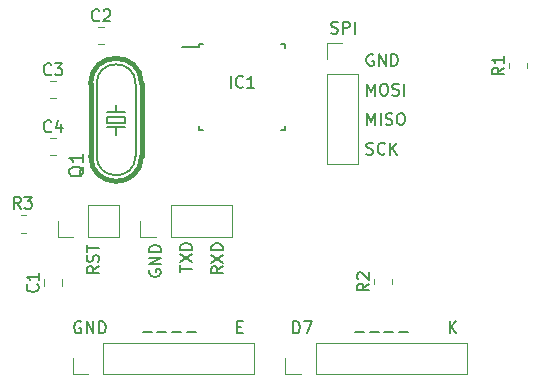
<source format=gbr>
%TF.GenerationSoftware,KiCad,Pcbnew,7.0.5*%
%TF.CreationDate,2024-11-17T18:30:54-07:00*%
%TF.ProjectId,sed1200emu,73656431-3230-4306-956d-752e6b696361,rev?*%
%TF.SameCoordinates,Original*%
%TF.FileFunction,Legend,Top*%
%TF.FilePolarity,Positive*%
%FSLAX46Y46*%
G04 Gerber Fmt 4.6, Leading zero omitted, Abs format (unit mm)*
G04 Created by KiCad (PCBNEW 7.0.5) date 2024-11-17 18:30:54*
%MOMM*%
%LPD*%
G01*
G04 APERTURE LIST*
%ADD10C,0.150000*%
%ADD11C,0.127000*%
%ADD12C,0.120000*%
%ADD13C,0.406400*%
%ADD14C,0.152400*%
G04 APERTURE END LIST*
D10*
X157360588Y-100537838D02*
X157265350Y-100490219D01*
X157265350Y-100490219D02*
X157122493Y-100490219D01*
X157122493Y-100490219D02*
X156979636Y-100537838D01*
X156979636Y-100537838D02*
X156884398Y-100633076D01*
X156884398Y-100633076D02*
X156836779Y-100728314D01*
X156836779Y-100728314D02*
X156789160Y-100918790D01*
X156789160Y-100918790D02*
X156789160Y-101061647D01*
X156789160Y-101061647D02*
X156836779Y-101252123D01*
X156836779Y-101252123D02*
X156884398Y-101347361D01*
X156884398Y-101347361D02*
X156979636Y-101442600D01*
X156979636Y-101442600D02*
X157122493Y-101490219D01*
X157122493Y-101490219D02*
X157217731Y-101490219D01*
X157217731Y-101490219D02*
X157360588Y-101442600D01*
X157360588Y-101442600D02*
X157408207Y-101394980D01*
X157408207Y-101394980D02*
X157408207Y-101061647D01*
X157408207Y-101061647D02*
X157217731Y-101061647D01*
X157836779Y-101490219D02*
X157836779Y-100490219D01*
X157836779Y-100490219D02*
X158408207Y-101490219D01*
X158408207Y-101490219D02*
X158408207Y-100490219D01*
X158884398Y-101490219D02*
X158884398Y-100490219D01*
X158884398Y-100490219D02*
X159122493Y-100490219D01*
X159122493Y-100490219D02*
X159265350Y-100537838D01*
X159265350Y-100537838D02*
X159360588Y-100633076D01*
X159360588Y-100633076D02*
X159408207Y-100728314D01*
X159408207Y-100728314D02*
X159455826Y-100918790D01*
X159455826Y-100918790D02*
X159455826Y-101061647D01*
X159455826Y-101061647D02*
X159408207Y-101252123D01*
X159408207Y-101252123D02*
X159360588Y-101347361D01*
X159360588Y-101347361D02*
X159265350Y-101442600D01*
X159265350Y-101442600D02*
X159122493Y-101490219D01*
X159122493Y-101490219D02*
X158884398Y-101490219D01*
X141009819Y-118926477D02*
X141009819Y-118355049D01*
X142009819Y-118640763D02*
X141009819Y-118640763D01*
X141009819Y-118116953D02*
X142009819Y-117450287D01*
X141009819Y-117450287D02*
X142009819Y-118116953D01*
X142009819Y-117069334D02*
X141009819Y-117069334D01*
X141009819Y-117069334D02*
X141009819Y-116831239D01*
X141009819Y-116831239D02*
X141057438Y-116688382D01*
X141057438Y-116688382D02*
X141152676Y-116593144D01*
X141152676Y-116593144D02*
X141247914Y-116545525D01*
X141247914Y-116545525D02*
X141438390Y-116497906D01*
X141438390Y-116497906D02*
X141581247Y-116497906D01*
X141581247Y-116497906D02*
X141771723Y-116545525D01*
X141771723Y-116545525D02*
X141866961Y-116593144D01*
X141866961Y-116593144D02*
X141962200Y-116688382D01*
X141962200Y-116688382D02*
X142009819Y-116831239D01*
X142009819Y-116831239D02*
X142009819Y-117069334D01*
X145836779Y-123596009D02*
X146170112Y-123596009D01*
X146312969Y-124119819D02*
X145836779Y-124119819D01*
X145836779Y-124119819D02*
X145836779Y-123119819D01*
X145836779Y-123119819D02*
X146312969Y-123119819D01*
X134119819Y-118462192D02*
X133643628Y-118795525D01*
X134119819Y-119033620D02*
X133119819Y-119033620D01*
X133119819Y-119033620D02*
X133119819Y-118652668D01*
X133119819Y-118652668D02*
X133167438Y-118557430D01*
X133167438Y-118557430D02*
X133215057Y-118509811D01*
X133215057Y-118509811D02*
X133310295Y-118462192D01*
X133310295Y-118462192D02*
X133453152Y-118462192D01*
X133453152Y-118462192D02*
X133548390Y-118509811D01*
X133548390Y-118509811D02*
X133596009Y-118557430D01*
X133596009Y-118557430D02*
X133643628Y-118652668D01*
X133643628Y-118652668D02*
X133643628Y-119033620D01*
X134072200Y-118081239D02*
X134119819Y-117938382D01*
X134119819Y-117938382D02*
X134119819Y-117700287D01*
X134119819Y-117700287D02*
X134072200Y-117605049D01*
X134072200Y-117605049D02*
X134024580Y-117557430D01*
X134024580Y-117557430D02*
X133929342Y-117509811D01*
X133929342Y-117509811D02*
X133834104Y-117509811D01*
X133834104Y-117509811D02*
X133738866Y-117557430D01*
X133738866Y-117557430D02*
X133691247Y-117605049D01*
X133691247Y-117605049D02*
X133643628Y-117700287D01*
X133643628Y-117700287D02*
X133596009Y-117890763D01*
X133596009Y-117890763D02*
X133548390Y-117986001D01*
X133548390Y-117986001D02*
X133500771Y-118033620D01*
X133500771Y-118033620D02*
X133405533Y-118081239D01*
X133405533Y-118081239D02*
X133310295Y-118081239D01*
X133310295Y-118081239D02*
X133215057Y-118033620D01*
X133215057Y-118033620D02*
X133167438Y-117986001D01*
X133167438Y-117986001D02*
X133119819Y-117890763D01*
X133119819Y-117890763D02*
X133119819Y-117652668D01*
X133119819Y-117652668D02*
X133167438Y-117509811D01*
X133119819Y-117224096D02*
X133119819Y-116652668D01*
X134119819Y-116938382D02*
X133119819Y-116938382D01*
X155836779Y-123988866D02*
X156598684Y-123988866D01*
X157074874Y-123988866D02*
X157836779Y-123988866D01*
X158312969Y-123988866D02*
X159074874Y-123988866D01*
X159551064Y-123988866D02*
X160312969Y-123988866D01*
X156836779Y-103990219D02*
X156836779Y-102990219D01*
X156836779Y-102990219D02*
X157170112Y-103704504D01*
X157170112Y-103704504D02*
X157503445Y-102990219D01*
X157503445Y-102990219D02*
X157503445Y-103990219D01*
X158170112Y-102990219D02*
X158360588Y-102990219D01*
X158360588Y-102990219D02*
X158455826Y-103037838D01*
X158455826Y-103037838D02*
X158551064Y-103133076D01*
X158551064Y-103133076D02*
X158598683Y-103323552D01*
X158598683Y-103323552D02*
X158598683Y-103656885D01*
X158598683Y-103656885D02*
X158551064Y-103847361D01*
X158551064Y-103847361D02*
X158455826Y-103942600D01*
X158455826Y-103942600D02*
X158360588Y-103990219D01*
X158360588Y-103990219D02*
X158170112Y-103990219D01*
X158170112Y-103990219D02*
X158074874Y-103942600D01*
X158074874Y-103942600D02*
X157979636Y-103847361D01*
X157979636Y-103847361D02*
X157932017Y-103656885D01*
X157932017Y-103656885D02*
X157932017Y-103323552D01*
X157932017Y-103323552D02*
X157979636Y-103133076D01*
X157979636Y-103133076D02*
X158074874Y-103037838D01*
X158074874Y-103037838D02*
X158170112Y-102990219D01*
X158979636Y-103942600D02*
X159122493Y-103990219D01*
X159122493Y-103990219D02*
X159360588Y-103990219D01*
X159360588Y-103990219D02*
X159455826Y-103942600D01*
X159455826Y-103942600D02*
X159503445Y-103894980D01*
X159503445Y-103894980D02*
X159551064Y-103799742D01*
X159551064Y-103799742D02*
X159551064Y-103704504D01*
X159551064Y-103704504D02*
X159503445Y-103609266D01*
X159503445Y-103609266D02*
X159455826Y-103561647D01*
X159455826Y-103561647D02*
X159360588Y-103514028D01*
X159360588Y-103514028D02*
X159170112Y-103466409D01*
X159170112Y-103466409D02*
X159074874Y-103418790D01*
X159074874Y-103418790D02*
X159027255Y-103371171D01*
X159027255Y-103371171D02*
X158979636Y-103275933D01*
X158979636Y-103275933D02*
X158979636Y-103180695D01*
X158979636Y-103180695D02*
X159027255Y-103085457D01*
X159027255Y-103085457D02*
X159074874Y-103037838D01*
X159074874Y-103037838D02*
X159170112Y-102990219D01*
X159170112Y-102990219D02*
X159408207Y-102990219D01*
X159408207Y-102990219D02*
X159551064Y-103037838D01*
X159979636Y-103990219D02*
X159979636Y-102990219D01*
X132610588Y-123167438D02*
X132515350Y-123119819D01*
X132515350Y-123119819D02*
X132372493Y-123119819D01*
X132372493Y-123119819D02*
X132229636Y-123167438D01*
X132229636Y-123167438D02*
X132134398Y-123262676D01*
X132134398Y-123262676D02*
X132086779Y-123357914D01*
X132086779Y-123357914D02*
X132039160Y-123548390D01*
X132039160Y-123548390D02*
X132039160Y-123691247D01*
X132039160Y-123691247D02*
X132086779Y-123881723D01*
X132086779Y-123881723D02*
X132134398Y-123976961D01*
X132134398Y-123976961D02*
X132229636Y-124072200D01*
X132229636Y-124072200D02*
X132372493Y-124119819D01*
X132372493Y-124119819D02*
X132467731Y-124119819D01*
X132467731Y-124119819D02*
X132610588Y-124072200D01*
X132610588Y-124072200D02*
X132658207Y-124024580D01*
X132658207Y-124024580D02*
X132658207Y-123691247D01*
X132658207Y-123691247D02*
X132467731Y-123691247D01*
X133086779Y-124119819D02*
X133086779Y-123119819D01*
X133086779Y-123119819D02*
X133658207Y-124119819D01*
X133658207Y-124119819D02*
X133658207Y-123119819D01*
X134134398Y-124119819D02*
X134134398Y-123119819D01*
X134134398Y-123119819D02*
X134372493Y-123119819D01*
X134372493Y-123119819D02*
X134515350Y-123167438D01*
X134515350Y-123167438D02*
X134610588Y-123262676D01*
X134610588Y-123262676D02*
X134658207Y-123357914D01*
X134658207Y-123357914D02*
X134705826Y-123548390D01*
X134705826Y-123548390D02*
X134705826Y-123691247D01*
X134705826Y-123691247D02*
X134658207Y-123881723D01*
X134658207Y-123881723D02*
X134610588Y-123976961D01*
X134610588Y-123976961D02*
X134515350Y-124072200D01*
X134515350Y-124072200D02*
X134372493Y-124119819D01*
X134372493Y-124119819D02*
X134134398Y-124119819D01*
X156836779Y-106490219D02*
X156836779Y-105490219D01*
X156836779Y-105490219D02*
X157170112Y-106204504D01*
X157170112Y-106204504D02*
X157503445Y-105490219D01*
X157503445Y-105490219D02*
X157503445Y-106490219D01*
X157979636Y-106490219D02*
X157979636Y-105490219D01*
X158408207Y-106442600D02*
X158551064Y-106490219D01*
X158551064Y-106490219D02*
X158789159Y-106490219D01*
X158789159Y-106490219D02*
X158884397Y-106442600D01*
X158884397Y-106442600D02*
X158932016Y-106394980D01*
X158932016Y-106394980D02*
X158979635Y-106299742D01*
X158979635Y-106299742D02*
X158979635Y-106204504D01*
X158979635Y-106204504D02*
X158932016Y-106109266D01*
X158932016Y-106109266D02*
X158884397Y-106061647D01*
X158884397Y-106061647D02*
X158789159Y-106014028D01*
X158789159Y-106014028D02*
X158598683Y-105966409D01*
X158598683Y-105966409D02*
X158503445Y-105918790D01*
X158503445Y-105918790D02*
X158455826Y-105871171D01*
X158455826Y-105871171D02*
X158408207Y-105775933D01*
X158408207Y-105775933D02*
X158408207Y-105680695D01*
X158408207Y-105680695D02*
X158455826Y-105585457D01*
X158455826Y-105585457D02*
X158503445Y-105537838D01*
X158503445Y-105537838D02*
X158598683Y-105490219D01*
X158598683Y-105490219D02*
X158836778Y-105490219D01*
X158836778Y-105490219D02*
X158979635Y-105537838D01*
X159598683Y-105490219D02*
X159789159Y-105490219D01*
X159789159Y-105490219D02*
X159884397Y-105537838D01*
X159884397Y-105537838D02*
X159979635Y-105633076D01*
X159979635Y-105633076D02*
X160027254Y-105823552D01*
X160027254Y-105823552D02*
X160027254Y-106156885D01*
X160027254Y-106156885D02*
X159979635Y-106347361D01*
X159979635Y-106347361D02*
X159884397Y-106442600D01*
X159884397Y-106442600D02*
X159789159Y-106490219D01*
X159789159Y-106490219D02*
X159598683Y-106490219D01*
X159598683Y-106490219D02*
X159503445Y-106442600D01*
X159503445Y-106442600D02*
X159408207Y-106347361D01*
X159408207Y-106347361D02*
X159360588Y-106156885D01*
X159360588Y-106156885D02*
X159360588Y-105823552D01*
X159360588Y-105823552D02*
X159408207Y-105633076D01*
X159408207Y-105633076D02*
X159503445Y-105537838D01*
X159503445Y-105537838D02*
X159598683Y-105490219D01*
X138417438Y-118759811D02*
X138369819Y-118855049D01*
X138369819Y-118855049D02*
X138369819Y-118997906D01*
X138369819Y-118997906D02*
X138417438Y-119140763D01*
X138417438Y-119140763D02*
X138512676Y-119236001D01*
X138512676Y-119236001D02*
X138607914Y-119283620D01*
X138607914Y-119283620D02*
X138798390Y-119331239D01*
X138798390Y-119331239D02*
X138941247Y-119331239D01*
X138941247Y-119331239D02*
X139131723Y-119283620D01*
X139131723Y-119283620D02*
X139226961Y-119236001D01*
X139226961Y-119236001D02*
X139322200Y-119140763D01*
X139322200Y-119140763D02*
X139369819Y-118997906D01*
X139369819Y-118997906D02*
X139369819Y-118902668D01*
X139369819Y-118902668D02*
X139322200Y-118759811D01*
X139322200Y-118759811D02*
X139274580Y-118712192D01*
X139274580Y-118712192D02*
X138941247Y-118712192D01*
X138941247Y-118712192D02*
X138941247Y-118902668D01*
X139369819Y-118283620D02*
X138369819Y-118283620D01*
X138369819Y-118283620D02*
X139369819Y-117712192D01*
X139369819Y-117712192D02*
X138369819Y-117712192D01*
X139369819Y-117236001D02*
X138369819Y-117236001D01*
X138369819Y-117236001D02*
X138369819Y-116997906D01*
X138369819Y-116997906D02*
X138417438Y-116855049D01*
X138417438Y-116855049D02*
X138512676Y-116759811D01*
X138512676Y-116759811D02*
X138607914Y-116712192D01*
X138607914Y-116712192D02*
X138798390Y-116664573D01*
X138798390Y-116664573D02*
X138941247Y-116664573D01*
X138941247Y-116664573D02*
X139131723Y-116712192D01*
X139131723Y-116712192D02*
X139226961Y-116759811D01*
X139226961Y-116759811D02*
X139322200Y-116855049D01*
X139322200Y-116855049D02*
X139369819Y-116997906D01*
X139369819Y-116997906D02*
X139369819Y-117236001D01*
X163836779Y-124119819D02*
X163836779Y-123119819D01*
X164408207Y-124119819D02*
X163979636Y-123548390D01*
X164408207Y-123119819D02*
X163836779Y-123691247D01*
X144619819Y-118462192D02*
X144143628Y-118795525D01*
X144619819Y-119033620D02*
X143619819Y-119033620D01*
X143619819Y-119033620D02*
X143619819Y-118652668D01*
X143619819Y-118652668D02*
X143667438Y-118557430D01*
X143667438Y-118557430D02*
X143715057Y-118509811D01*
X143715057Y-118509811D02*
X143810295Y-118462192D01*
X143810295Y-118462192D02*
X143953152Y-118462192D01*
X143953152Y-118462192D02*
X144048390Y-118509811D01*
X144048390Y-118509811D02*
X144096009Y-118557430D01*
X144096009Y-118557430D02*
X144143628Y-118652668D01*
X144143628Y-118652668D02*
X144143628Y-119033620D01*
X143619819Y-118128858D02*
X144619819Y-117462192D01*
X143619819Y-117462192D02*
X144619819Y-118128858D01*
X144619819Y-117081239D02*
X143619819Y-117081239D01*
X143619819Y-117081239D02*
X143619819Y-116843144D01*
X143619819Y-116843144D02*
X143667438Y-116700287D01*
X143667438Y-116700287D02*
X143762676Y-116605049D01*
X143762676Y-116605049D02*
X143857914Y-116557430D01*
X143857914Y-116557430D02*
X144048390Y-116509811D01*
X144048390Y-116509811D02*
X144191247Y-116509811D01*
X144191247Y-116509811D02*
X144381723Y-116557430D01*
X144381723Y-116557430D02*
X144476961Y-116605049D01*
X144476961Y-116605049D02*
X144572200Y-116700287D01*
X144572200Y-116700287D02*
X144619819Y-116843144D01*
X144619819Y-116843144D02*
X144619819Y-117081239D01*
X137836779Y-123988866D02*
X138598684Y-123988866D01*
X139074874Y-123988866D02*
X139836779Y-123988866D01*
X140312969Y-123988866D02*
X141074874Y-123988866D01*
X141551064Y-123988866D02*
X142312969Y-123988866D01*
X153789160Y-98692600D02*
X153932017Y-98740219D01*
X153932017Y-98740219D02*
X154170112Y-98740219D01*
X154170112Y-98740219D02*
X154265350Y-98692600D01*
X154265350Y-98692600D02*
X154312969Y-98644980D01*
X154312969Y-98644980D02*
X154360588Y-98549742D01*
X154360588Y-98549742D02*
X154360588Y-98454504D01*
X154360588Y-98454504D02*
X154312969Y-98359266D01*
X154312969Y-98359266D02*
X154265350Y-98311647D01*
X154265350Y-98311647D02*
X154170112Y-98264028D01*
X154170112Y-98264028D02*
X153979636Y-98216409D01*
X153979636Y-98216409D02*
X153884398Y-98168790D01*
X153884398Y-98168790D02*
X153836779Y-98121171D01*
X153836779Y-98121171D02*
X153789160Y-98025933D01*
X153789160Y-98025933D02*
X153789160Y-97930695D01*
X153789160Y-97930695D02*
X153836779Y-97835457D01*
X153836779Y-97835457D02*
X153884398Y-97787838D01*
X153884398Y-97787838D02*
X153979636Y-97740219D01*
X153979636Y-97740219D02*
X154217731Y-97740219D01*
X154217731Y-97740219D02*
X154360588Y-97787838D01*
X154789160Y-98740219D02*
X154789160Y-97740219D01*
X154789160Y-97740219D02*
X155170112Y-97740219D01*
X155170112Y-97740219D02*
X155265350Y-97787838D01*
X155265350Y-97787838D02*
X155312969Y-97835457D01*
X155312969Y-97835457D02*
X155360588Y-97930695D01*
X155360588Y-97930695D02*
X155360588Y-98073552D01*
X155360588Y-98073552D02*
X155312969Y-98168790D01*
X155312969Y-98168790D02*
X155265350Y-98216409D01*
X155265350Y-98216409D02*
X155170112Y-98264028D01*
X155170112Y-98264028D02*
X154789160Y-98264028D01*
X155789160Y-98740219D02*
X155789160Y-97740219D01*
X156789160Y-108942600D02*
X156932017Y-108990219D01*
X156932017Y-108990219D02*
X157170112Y-108990219D01*
X157170112Y-108990219D02*
X157265350Y-108942600D01*
X157265350Y-108942600D02*
X157312969Y-108894980D01*
X157312969Y-108894980D02*
X157360588Y-108799742D01*
X157360588Y-108799742D02*
X157360588Y-108704504D01*
X157360588Y-108704504D02*
X157312969Y-108609266D01*
X157312969Y-108609266D02*
X157265350Y-108561647D01*
X157265350Y-108561647D02*
X157170112Y-108514028D01*
X157170112Y-108514028D02*
X156979636Y-108466409D01*
X156979636Y-108466409D02*
X156884398Y-108418790D01*
X156884398Y-108418790D02*
X156836779Y-108371171D01*
X156836779Y-108371171D02*
X156789160Y-108275933D01*
X156789160Y-108275933D02*
X156789160Y-108180695D01*
X156789160Y-108180695D02*
X156836779Y-108085457D01*
X156836779Y-108085457D02*
X156884398Y-108037838D01*
X156884398Y-108037838D02*
X156979636Y-107990219D01*
X156979636Y-107990219D02*
X157217731Y-107990219D01*
X157217731Y-107990219D02*
X157360588Y-108037838D01*
X158360588Y-108894980D02*
X158312969Y-108942600D01*
X158312969Y-108942600D02*
X158170112Y-108990219D01*
X158170112Y-108990219D02*
X158074874Y-108990219D01*
X158074874Y-108990219D02*
X157932017Y-108942600D01*
X157932017Y-108942600D02*
X157836779Y-108847361D01*
X157836779Y-108847361D02*
X157789160Y-108752123D01*
X157789160Y-108752123D02*
X157741541Y-108561647D01*
X157741541Y-108561647D02*
X157741541Y-108418790D01*
X157741541Y-108418790D02*
X157789160Y-108228314D01*
X157789160Y-108228314D02*
X157836779Y-108133076D01*
X157836779Y-108133076D02*
X157932017Y-108037838D01*
X157932017Y-108037838D02*
X158074874Y-107990219D01*
X158074874Y-107990219D02*
X158170112Y-107990219D01*
X158170112Y-107990219D02*
X158312969Y-108037838D01*
X158312969Y-108037838D02*
X158360588Y-108085457D01*
X158789160Y-108990219D02*
X158789160Y-107990219D01*
X159360588Y-108990219D02*
X158932017Y-108418790D01*
X159360588Y-107990219D02*
X158789160Y-108561647D01*
X150586779Y-124119819D02*
X150586779Y-123119819D01*
X150586779Y-123119819D02*
X150824874Y-123119819D01*
X150824874Y-123119819D02*
X150967731Y-123167438D01*
X150967731Y-123167438D02*
X151062969Y-123262676D01*
X151062969Y-123262676D02*
X151110588Y-123357914D01*
X151110588Y-123357914D02*
X151158207Y-123548390D01*
X151158207Y-123548390D02*
X151158207Y-123691247D01*
X151158207Y-123691247D02*
X151110588Y-123881723D01*
X151110588Y-123881723D02*
X151062969Y-123976961D01*
X151062969Y-123976961D02*
X150967731Y-124072200D01*
X150967731Y-124072200D02*
X150824874Y-124119819D01*
X150824874Y-124119819D02*
X150586779Y-124119819D01*
X151491541Y-123119819D02*
X152158207Y-123119819D01*
X152158207Y-123119819D02*
X151729636Y-124119819D01*
%TO.C,R1*%
X168425919Y-101638666D02*
X167949728Y-101971999D01*
X168425919Y-102210094D02*
X167425919Y-102210094D01*
X167425919Y-102210094D02*
X167425919Y-101829142D01*
X167425919Y-101829142D02*
X167473538Y-101733904D01*
X167473538Y-101733904D02*
X167521157Y-101686285D01*
X167521157Y-101686285D02*
X167616395Y-101638666D01*
X167616395Y-101638666D02*
X167759252Y-101638666D01*
X167759252Y-101638666D02*
X167854490Y-101686285D01*
X167854490Y-101686285D02*
X167902109Y-101733904D01*
X167902109Y-101733904D02*
X167949728Y-101829142D01*
X167949728Y-101829142D02*
X167949728Y-102210094D01*
X168425919Y-100686285D02*
X168425919Y-101257713D01*
X168425919Y-100971999D02*
X167425919Y-100971999D01*
X167425919Y-100971999D02*
X167568776Y-101067237D01*
X167568776Y-101067237D02*
X167664014Y-101162475D01*
X167664014Y-101162475D02*
X167711633Y-101257713D01*
%TO.C,C2*%
X134148433Y-97611580D02*
X134100814Y-97659200D01*
X134100814Y-97659200D02*
X133957957Y-97706819D01*
X133957957Y-97706819D02*
X133862719Y-97706819D01*
X133862719Y-97706819D02*
X133719862Y-97659200D01*
X133719862Y-97659200D02*
X133624624Y-97563961D01*
X133624624Y-97563961D02*
X133577005Y-97468723D01*
X133577005Y-97468723D02*
X133529386Y-97278247D01*
X133529386Y-97278247D02*
X133529386Y-97135390D01*
X133529386Y-97135390D02*
X133577005Y-96944914D01*
X133577005Y-96944914D02*
X133624624Y-96849676D01*
X133624624Y-96849676D02*
X133719862Y-96754438D01*
X133719862Y-96754438D02*
X133862719Y-96706819D01*
X133862719Y-96706819D02*
X133957957Y-96706819D01*
X133957957Y-96706819D02*
X134100814Y-96754438D01*
X134100814Y-96754438D02*
X134148433Y-96802057D01*
X134529386Y-96802057D02*
X134577005Y-96754438D01*
X134577005Y-96754438D02*
X134672243Y-96706819D01*
X134672243Y-96706819D02*
X134910338Y-96706819D01*
X134910338Y-96706819D02*
X135005576Y-96754438D01*
X135005576Y-96754438D02*
X135053195Y-96802057D01*
X135053195Y-96802057D02*
X135100814Y-96897295D01*
X135100814Y-96897295D02*
X135100814Y-96992533D01*
X135100814Y-96992533D02*
X135053195Y-97135390D01*
X135053195Y-97135390D02*
X134481767Y-97706819D01*
X134481767Y-97706819D02*
X135100814Y-97706819D01*
%TO.C,C1*%
X128929580Y-119987066D02*
X128977200Y-120034685D01*
X128977200Y-120034685D02*
X129024819Y-120177542D01*
X129024819Y-120177542D02*
X129024819Y-120272780D01*
X129024819Y-120272780D02*
X128977200Y-120415637D01*
X128977200Y-120415637D02*
X128881961Y-120510875D01*
X128881961Y-120510875D02*
X128786723Y-120558494D01*
X128786723Y-120558494D02*
X128596247Y-120606113D01*
X128596247Y-120606113D02*
X128453390Y-120606113D01*
X128453390Y-120606113D02*
X128262914Y-120558494D01*
X128262914Y-120558494D02*
X128167676Y-120510875D01*
X128167676Y-120510875D02*
X128072438Y-120415637D01*
X128072438Y-120415637D02*
X128024819Y-120272780D01*
X128024819Y-120272780D02*
X128024819Y-120177542D01*
X128024819Y-120177542D02*
X128072438Y-120034685D01*
X128072438Y-120034685D02*
X128120057Y-119987066D01*
X129024819Y-119034685D02*
X129024819Y-119606113D01*
X129024819Y-119320399D02*
X128024819Y-119320399D01*
X128024819Y-119320399D02*
X128167676Y-119415637D01*
X128167676Y-119415637D02*
X128262914Y-119510875D01*
X128262914Y-119510875D02*
X128310533Y-119606113D01*
%TO.C,C4*%
X130084433Y-107009580D02*
X130036814Y-107057200D01*
X130036814Y-107057200D02*
X129893957Y-107104819D01*
X129893957Y-107104819D02*
X129798719Y-107104819D01*
X129798719Y-107104819D02*
X129655862Y-107057200D01*
X129655862Y-107057200D02*
X129560624Y-106961961D01*
X129560624Y-106961961D02*
X129513005Y-106866723D01*
X129513005Y-106866723D02*
X129465386Y-106676247D01*
X129465386Y-106676247D02*
X129465386Y-106533390D01*
X129465386Y-106533390D02*
X129513005Y-106342914D01*
X129513005Y-106342914D02*
X129560624Y-106247676D01*
X129560624Y-106247676D02*
X129655862Y-106152438D01*
X129655862Y-106152438D02*
X129798719Y-106104819D01*
X129798719Y-106104819D02*
X129893957Y-106104819D01*
X129893957Y-106104819D02*
X130036814Y-106152438D01*
X130036814Y-106152438D02*
X130084433Y-106200057D01*
X130941576Y-106438152D02*
X130941576Y-107104819D01*
X130703481Y-106057200D02*
X130465386Y-106771485D01*
X130465386Y-106771485D02*
X131084433Y-106771485D01*
%TO.C,IC1*%
X145276910Y-103325219D02*
X145276910Y-102325219D01*
X146324528Y-103229980D02*
X146276909Y-103277600D01*
X146276909Y-103277600D02*
X146134052Y-103325219D01*
X146134052Y-103325219D02*
X146038814Y-103325219D01*
X146038814Y-103325219D02*
X145895957Y-103277600D01*
X145895957Y-103277600D02*
X145800719Y-103182361D01*
X145800719Y-103182361D02*
X145753100Y-103087123D01*
X145753100Y-103087123D02*
X145705481Y-102896647D01*
X145705481Y-102896647D02*
X145705481Y-102753790D01*
X145705481Y-102753790D02*
X145753100Y-102563314D01*
X145753100Y-102563314D02*
X145800719Y-102468076D01*
X145800719Y-102468076D02*
X145895957Y-102372838D01*
X145895957Y-102372838D02*
X146038814Y-102325219D01*
X146038814Y-102325219D02*
X146134052Y-102325219D01*
X146134052Y-102325219D02*
X146276909Y-102372838D01*
X146276909Y-102372838D02*
X146324528Y-102420457D01*
X147276909Y-103325219D02*
X146705481Y-103325219D01*
X146991195Y-103325219D02*
X146991195Y-102325219D01*
X146991195Y-102325219D02*
X146895957Y-102468076D01*
X146895957Y-102468076D02*
X146800719Y-102563314D01*
X146800719Y-102563314D02*
X146705481Y-102610933D01*
%TO.C,R3*%
X127495833Y-113575219D02*
X127162500Y-113099028D01*
X126924405Y-113575219D02*
X126924405Y-112575219D01*
X126924405Y-112575219D02*
X127305357Y-112575219D01*
X127305357Y-112575219D02*
X127400595Y-112622838D01*
X127400595Y-112622838D02*
X127448214Y-112670457D01*
X127448214Y-112670457D02*
X127495833Y-112765695D01*
X127495833Y-112765695D02*
X127495833Y-112908552D01*
X127495833Y-112908552D02*
X127448214Y-113003790D01*
X127448214Y-113003790D02*
X127400595Y-113051409D01*
X127400595Y-113051409D02*
X127305357Y-113099028D01*
X127305357Y-113099028D02*
X126924405Y-113099028D01*
X127829167Y-112575219D02*
X128448214Y-112575219D01*
X128448214Y-112575219D02*
X128114881Y-112956171D01*
X128114881Y-112956171D02*
X128257738Y-112956171D01*
X128257738Y-112956171D02*
X128352976Y-113003790D01*
X128352976Y-113003790D02*
X128400595Y-113051409D01*
X128400595Y-113051409D02*
X128448214Y-113146647D01*
X128448214Y-113146647D02*
X128448214Y-113384742D01*
X128448214Y-113384742D02*
X128400595Y-113479980D01*
X128400595Y-113479980D02*
X128352976Y-113527600D01*
X128352976Y-113527600D02*
X128257738Y-113575219D01*
X128257738Y-113575219D02*
X127972024Y-113575219D01*
X127972024Y-113575219D02*
X127876786Y-113527600D01*
X127876786Y-113527600D02*
X127829167Y-113479980D01*
%TO.C,R2*%
X156995919Y-119926666D02*
X156519728Y-120259999D01*
X156995919Y-120498094D02*
X155995919Y-120498094D01*
X155995919Y-120498094D02*
X155995919Y-120117142D01*
X155995919Y-120117142D02*
X156043538Y-120021904D01*
X156043538Y-120021904D02*
X156091157Y-119974285D01*
X156091157Y-119974285D02*
X156186395Y-119926666D01*
X156186395Y-119926666D02*
X156329252Y-119926666D01*
X156329252Y-119926666D02*
X156424490Y-119974285D01*
X156424490Y-119974285D02*
X156472109Y-120021904D01*
X156472109Y-120021904D02*
X156519728Y-120117142D01*
X156519728Y-120117142D02*
X156519728Y-120498094D01*
X156091157Y-119545713D02*
X156043538Y-119498094D01*
X156043538Y-119498094D02*
X155995919Y-119402856D01*
X155995919Y-119402856D02*
X155995919Y-119164761D01*
X155995919Y-119164761D02*
X156043538Y-119069523D01*
X156043538Y-119069523D02*
X156091157Y-119021904D01*
X156091157Y-119021904D02*
X156186395Y-118974285D01*
X156186395Y-118974285D02*
X156281633Y-118974285D01*
X156281633Y-118974285D02*
X156424490Y-119021904D01*
X156424490Y-119021904D02*
X156995919Y-119593332D01*
X156995919Y-119593332D02*
X156995919Y-118974285D01*
%TO.C,C3*%
X130084433Y-102183580D02*
X130036814Y-102231200D01*
X130036814Y-102231200D02*
X129893957Y-102278819D01*
X129893957Y-102278819D02*
X129798719Y-102278819D01*
X129798719Y-102278819D02*
X129655862Y-102231200D01*
X129655862Y-102231200D02*
X129560624Y-102135961D01*
X129560624Y-102135961D02*
X129513005Y-102040723D01*
X129513005Y-102040723D02*
X129465386Y-101850247D01*
X129465386Y-101850247D02*
X129465386Y-101707390D01*
X129465386Y-101707390D02*
X129513005Y-101516914D01*
X129513005Y-101516914D02*
X129560624Y-101421676D01*
X129560624Y-101421676D02*
X129655862Y-101326438D01*
X129655862Y-101326438D02*
X129798719Y-101278819D01*
X129798719Y-101278819D02*
X129893957Y-101278819D01*
X129893957Y-101278819D02*
X130036814Y-101326438D01*
X130036814Y-101326438D02*
X130084433Y-101374057D01*
X130417767Y-101278819D02*
X131036814Y-101278819D01*
X131036814Y-101278819D02*
X130703481Y-101659771D01*
X130703481Y-101659771D02*
X130846338Y-101659771D01*
X130846338Y-101659771D02*
X130941576Y-101707390D01*
X130941576Y-101707390D02*
X130989195Y-101755009D01*
X130989195Y-101755009D02*
X131036814Y-101850247D01*
X131036814Y-101850247D02*
X131036814Y-102088342D01*
X131036814Y-102088342D02*
X130989195Y-102183580D01*
X130989195Y-102183580D02*
X130941576Y-102231200D01*
X130941576Y-102231200D02*
X130846338Y-102278819D01*
X130846338Y-102278819D02*
X130560624Y-102278819D01*
X130560624Y-102278819D02*
X130465386Y-102231200D01*
X130465386Y-102231200D02*
X130417767Y-102183580D01*
D11*
%TO.C,Q1*%
X132880471Y-110006305D02*
X132826043Y-110115162D01*
X132826043Y-110115162D02*
X132717186Y-110224019D01*
X132717186Y-110224019D02*
X132553900Y-110387305D01*
X132553900Y-110387305D02*
X132499471Y-110496162D01*
X132499471Y-110496162D02*
X132499471Y-110605019D01*
X132771614Y-110550590D02*
X132717186Y-110659448D01*
X132717186Y-110659448D02*
X132608328Y-110768305D01*
X132608328Y-110768305D02*
X132390614Y-110822733D01*
X132390614Y-110822733D02*
X132009614Y-110822733D01*
X132009614Y-110822733D02*
X131791900Y-110768305D01*
X131791900Y-110768305D02*
X131683043Y-110659448D01*
X131683043Y-110659448D02*
X131628614Y-110550590D01*
X131628614Y-110550590D02*
X131628614Y-110332876D01*
X131628614Y-110332876D02*
X131683043Y-110224019D01*
X131683043Y-110224019D02*
X131791900Y-110115162D01*
X131791900Y-110115162D02*
X132009614Y-110060733D01*
X132009614Y-110060733D02*
X132390614Y-110060733D01*
X132390614Y-110060733D02*
X132608328Y-110115162D01*
X132608328Y-110115162D02*
X132717186Y-110224019D01*
X132717186Y-110224019D02*
X132771614Y-110332876D01*
X132771614Y-110332876D02*
X132771614Y-110550590D01*
X132771614Y-108972161D02*
X132771614Y-109625304D01*
X132771614Y-109298733D02*
X131628614Y-109298733D01*
X131628614Y-109298733D02*
X131791900Y-109407590D01*
X131791900Y-109407590D02*
X131900757Y-109516447D01*
X131900757Y-109516447D02*
X131955186Y-109625304D01*
D12*
%TO.C,DIS2-1*%
X131920000Y-127580000D02*
X131920000Y-126250000D01*
X133250000Y-127580000D02*
X131920000Y-127580000D01*
X134520000Y-127580000D02*
X147280000Y-127580000D01*
X134520000Y-127580000D02*
X134520000Y-124920000D01*
X147280000Y-127580000D02*
X147280000Y-124920000D01*
X134520000Y-124920000D02*
X147280000Y-124920000D01*
%TO.C,R1*%
X168886100Y-101699064D02*
X168886100Y-101244936D01*
X170356100Y-101699064D02*
X170356100Y-101244936D01*
%TO.C,UART1*%
X137645000Y-115950400D02*
X137645000Y-114620400D01*
X138975000Y-115950400D02*
X137645000Y-115950400D01*
X140245000Y-115950400D02*
X145385000Y-115950400D01*
X140245000Y-115950400D02*
X140245000Y-113290400D01*
X145385000Y-115950400D02*
X145385000Y-113290400D01*
X140245000Y-113290400D02*
X145385000Y-113290400D01*
%TO.C,C2*%
X134053848Y-98197000D02*
X134576352Y-98197000D01*
X134053848Y-99667000D02*
X134576352Y-99667000D01*
%TO.C,C1*%
X129515000Y-120081652D02*
X129515000Y-119559148D01*
X130985000Y-120081652D02*
X130985000Y-119559148D01*
%TO.C,SPI1*%
X153420000Y-99540400D02*
X154750000Y-99540400D01*
X153420000Y-100870400D02*
X153420000Y-99540400D01*
X153420000Y-102140400D02*
X153420000Y-109820400D01*
X153420000Y-102140400D02*
X156080000Y-102140400D01*
X153420000Y-109820400D02*
X156080000Y-109820400D01*
X156080000Y-102140400D02*
X156080000Y-109820400D01*
%TO.C,C4*%
X129989848Y-107595000D02*
X130512352Y-107595000D01*
X129989848Y-109065000D02*
X130512352Y-109065000D01*
%TO.C,DIS2-2*%
X149920000Y-127580000D02*
X149920000Y-126250000D01*
X151250000Y-127580000D02*
X149920000Y-127580000D01*
X152520000Y-127580000D02*
X165280000Y-127580000D01*
X152520000Y-127580000D02*
X152520000Y-124920000D01*
X165280000Y-127580000D02*
X165280000Y-124920000D01*
X152520000Y-124920000D02*
X165280000Y-124920000D01*
D10*
%TO.C,IC1*%
X142628100Y-99625000D02*
X142628100Y-99850000D01*
X142628100Y-99625000D02*
X142953100Y-99625000D01*
X142628100Y-99850000D02*
X141203100Y-99850000D01*
X142628100Y-106875000D02*
X142628100Y-106550000D01*
X142628100Y-106875000D02*
X142953100Y-106875000D01*
X149878100Y-99625000D02*
X149553100Y-99625000D01*
X149878100Y-99625000D02*
X149878100Y-99950000D01*
X149878100Y-106875000D02*
X149553100Y-106875000D01*
X149878100Y-106875000D02*
X149878100Y-106550000D01*
D12*
%TO.C,R3*%
X127977064Y-115605400D02*
X127522936Y-115605400D01*
X127977064Y-114135400D02*
X127522936Y-114135400D01*
%TO.C,R2*%
X157456100Y-119987064D02*
X157456100Y-119532936D01*
X158926100Y-119987064D02*
X158926100Y-119532936D01*
%TO.C,C3*%
X129989848Y-102769000D02*
X130512352Y-102769000D01*
X129989848Y-104239000D02*
X130512352Y-104239000D01*
D13*
%TO.C,Q1*%
X133426100Y-109092000D02*
X133426100Y-102996000D01*
D14*
X137236100Y-109092000D02*
X137236100Y-102996000D01*
D13*
X137744100Y-109092000D02*
X137744100Y-102996000D01*
D14*
X134823100Y-106679000D02*
X135585100Y-106679000D01*
X135585100Y-106679000D02*
X135585100Y-107314000D01*
X135585100Y-106679000D02*
X136347100Y-106679000D01*
X134823100Y-106298000D02*
X134823100Y-105790000D01*
X136347100Y-106298000D02*
X134823100Y-106298000D01*
X134823100Y-105790000D02*
X136347100Y-105790000D01*
X136347100Y-105790000D02*
X136347100Y-106298000D01*
X134823100Y-105409000D02*
X135585100Y-105409000D01*
X135585100Y-105409000D02*
X136347100Y-105409000D01*
X135585100Y-105409000D02*
X135585100Y-104774000D01*
X133934100Y-102996000D02*
X133934100Y-109092000D01*
X133934100Y-109092000D02*
G75*
G03*
X137236100Y-109092000I1651000J0D01*
G01*
D13*
X133426100Y-109092000D02*
G75*
G03*
X137744100Y-109092000I2159000J0D01*
G01*
X137744100Y-102996000D02*
G75*
G03*
X133426100Y-102996000I-2159000J0D01*
G01*
D14*
X137236100Y-102996000D02*
G75*
G03*
X133934100Y-102996000I-1651000J0D01*
G01*
D12*
%TO.C,RESET1*%
X130645000Y-115950400D02*
X130645000Y-114620400D01*
X131975000Y-115950400D02*
X130645000Y-115950400D01*
X133245000Y-115950400D02*
X135845000Y-115950400D01*
X133245000Y-115950400D02*
X133245000Y-113290400D01*
X135845000Y-115950400D02*
X135845000Y-113290400D01*
X133245000Y-113290400D02*
X135845000Y-113290400D01*
%TD*%
M02*

</source>
